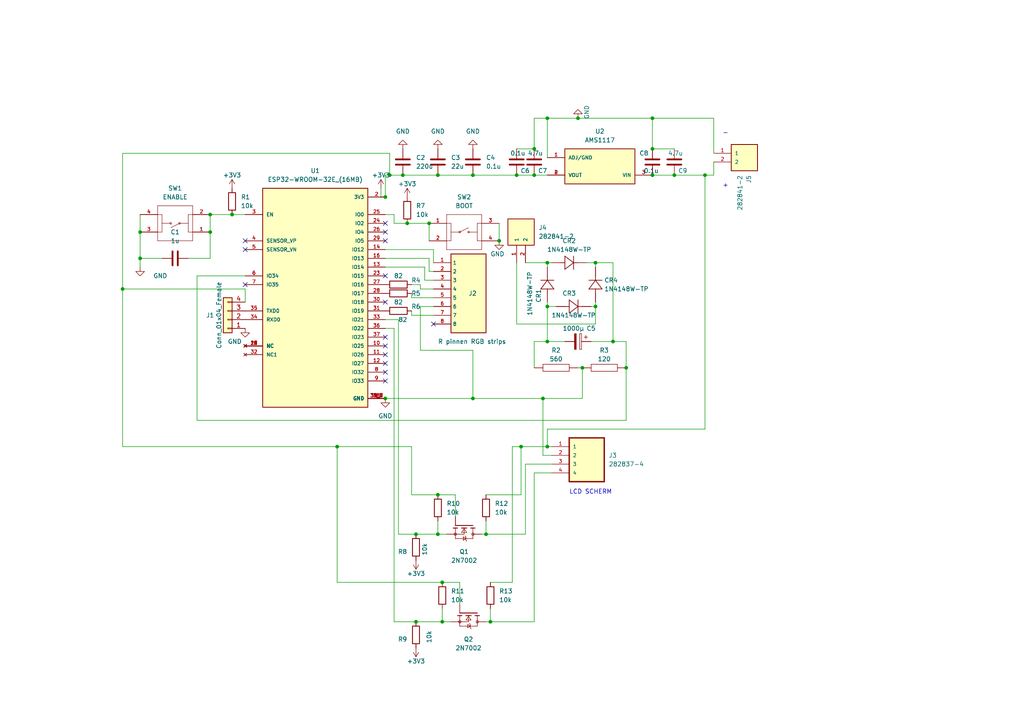
<source format=kicad_sch>
(kicad_sch (version 20211123) (generator eeschema)
  (paper "A4")
  (lib_symbols
    (symbol "1825910-6:1825910-6" (pin_names (offset 1.016) hide)
      (property "Reference" "SW" (at -5.08 5.842 0))
      (property "Value" "1825910-6" (at -5.08 -7.62 0))
      (symbol "1825910-6_0_0"
        (circle (center -1.27 0) (radius 0.254) (stroke (width 0.127)))
        (polyline (pts (xy -5.08 -5.08) (xy 5.08 -5.08)) (stroke (width 0.127)))
        (polyline (pts (xy -5.08 -2.54) (xy -5.08 -5.08)) (stroke (width 0.127)))
        (polyline (pts (xy -5.08 2.54) (xy -5.08 -2.54)) (stroke (width 0.127)))
        (polyline (pts (xy -5.08 2.54) (xy -3.81 2.54)) (stroke (width 0.127)))
        (polyline (pts (xy -5.08 5.08) (xy -5.08 2.54)) (stroke (width 0.127)))
        (polyline (pts (xy -5.08 5.08) (xy 5.08 5.08)) (stroke (width 0.127)))
        (polyline (pts (xy -3.81 -2.54) (xy -5.08 -2.54)) (stroke (width 0.127)))
        (polyline (pts (xy -3.81 0) (xy -3.81 -2.54)) (stroke (width 0.127)))
        (polyline (pts (xy -3.81 0) (xy -1.27 0)) (stroke (width 0.127)))
        (polyline (pts (xy -3.81 2.54) (xy -3.81 0)) (stroke (width 0.127)))
        (polyline (pts (xy -1.27 0) (xy 1.27 1.27)) (stroke (width 0.127)))
        (polyline (pts (xy 1.27 0) (xy 3.81 0)) (stroke (width 0.127)))
        (polyline (pts (xy 3.81 -2.54) (xy 5.08 -2.54)) (stroke (width 0.127)))
        (polyline (pts (xy 3.81 0) (xy 3.81 -2.54)) (stroke (width 0.127)))
        (polyline (pts (xy 3.81 0) (xy 3.81 2.54)) (stroke (width 0.127)))
        (polyline (pts (xy 3.81 2.54) (xy 5.08 2.54)) (stroke (width 0.127)))
        (polyline (pts (xy 5.08 -2.54) (xy 5.08 -5.08)) (stroke (width 0.127)))
        (polyline (pts (xy 5.08 2.54) (xy 5.08 -2.54)) (stroke (width 0.127)))
        (polyline (pts (xy 5.08 5.08) (xy 5.08 2.54)) (stroke (width 0.127)))
        (circle (center 1.27 0) (radius 0.254) (stroke (width 0.127)))
        (pin passive line (at -10.16 2.54 0) (length 5.08) (name "~") (number "1"))
        (pin passive line (at -10.16 -2.54 0) (length 5.08) (name "~") (number "2"))
        (pin passive line (at 10.16 2.54 180) (length 5.08) (name "~") (number "3"))
        (pin passive line (at 10.16 -2.54 180) (length 5.08) (name "~") (number "4"))
      )
    )
    (symbol "1N4148W-TP:1N4148W-TP" (pin_numbers hide) (pin_names (offset 1.016) hide)
      (property "Reference" "CR" (at -2.8194 2.6924 0))
      (property "Value" "1N4148W-TP" (at -3.8862 -5.5372 0))
      (symbol "1N4148W-TP_0_0"
        (polyline (pts (xy 2.54 0) (xy 3.81 0)) (stroke (width 0.2032)))
        (polyline (pts (xy 3.81 -1.905) (xy 6.35 0)) (stroke (width 0.2032)))
        (polyline (pts (xy 3.81 0) (xy 3.81 -1.905)) (stroke (width 0.2032)))
        (polyline (pts (xy 3.81 1.905) (xy 3.81 0)) (stroke (width 0.2032)))
        (polyline (pts (xy 6.35 -1.905) (xy 6.35 0)) (stroke (width 0.2032)))
        (polyline (pts (xy 6.35 0) (xy 3.81 1.905)) (stroke (width 0.2032)))
        (polyline (pts (xy 6.35 0) (xy 6.35 1.905)) (stroke (width 0.2032)))
        (polyline (pts (xy 6.35 0) (xy 7.62 0)) (stroke (width 0.2032)))
        (pin passive line (at 10.16 0 180) (length 2.54) (name "~") (number "1"))
        (pin passive line (at 0 0 0) (length 2.54) (name "~") (number "2"))
      )
    )
    (symbol "282837-4:282837-4" (pin_names (offset 1.016))
      (property "Reference" "J" (at 0 12.7 0))
      (property "Value" "282837-4" (at 0 -10.16 0))
      (symbol "282837-4_0_0"
        (rectangle (start -5.08 -5.08) (end 5.08 7.62) (stroke (width 0.4064)) (fill (type background)))
        (pin passive line (at -10.16 5.08 0) (length 5.08) (name "1") (number "1"))
        (pin passive line (at -10.16 2.54 0) (length 5.08) (name "2") (number "2"))
        (pin passive line (at -10.16 0 0) (length 5.08) (name "3") (number "3"))
        (pin passive line (at -10.16 -2.54 0) (length 5.08) (name "4") (number "4"))
      )
    )
    (symbol "282841-2:282841-2" (pin_names (offset 1.016))
      (property "Reference" "J" (at 0 10.16 0))
      (property "Value" "282841-2" (at 0 -7.62 0))
      (symbol "282841-2_0_0"
        (rectangle (start -5.08 -2.54) (end 2.54 5.08) (stroke (width 0.254)) (fill (type background)))
        (pin passive line (at -10.16 2.54 0) (length 5.08) (name "1") (number "1"))
        (pin passive line (at -10.16 0 0) (length 5.08) (name "2") (number "2"))
      )
    )
    (symbol "282841-5:8_pin_connector"
      (property "Reference" "U" (at -5.08 12.7 0))
      (property "Value" "8_pin_connector" (at 0 -13.97 0))
      (symbol "8_pin_connector_0_0"
        (pin passive line (at -10.16 8.89 0) (length 5.08) (name "1") (number "1"))
        (pin passive line (at -10.16 6.35 0) (length 5.08) (name "2") (number "2"))
        (pin passive line (at -10.16 3.81 0) (length 5.08) (name "3") (number "3"))
        (pin passive line (at -10.16 1.27 0) (length 5.08) (name "4") (number "4"))
        (pin passive line (at -10.16 -1.27 0) (length 5.08) (name "5") (number "5"))
        (pin passive line (at -10.16 -3.81 0) (length 5.08) (name "6") (number "6"))
        (pin passive line (at -10.16 -6.35 0) (length 5.08) (name "7") (number "7"))
        (pin passive line (at -10.16 -8.89 0) (length 5.08) (name "8") (number "8"))
      )
      (symbol "8_pin_connector_0_1"
        (rectangle (start -5.08 11.43) (end 5.08 -11.43))
        (rectangle (start -5.08 11.43) (end 5.08 -11.43) (fill (type background)))
        (polyline (pts (xy -5.08 11.43) (xy -5.08 -11.43) (xy 5.08 -11.43) (xy 5.08 11.43) (xy -5.08 11.43)) (stroke (width 0.254)))
      )
    )
    (symbol "2N7002:2N7002" (pin_numbers hide) (pin_names (offset 1.016) hide)
      (property "Reference" "Q" (at -8.89 2.54 0))
      (property "Value" "2N7002" (at -8.89 -7.62 0))
      (symbol "2N7002_0_0"
        (polyline (pts (xy 0 2.54) (xy 0 -2.54)) (stroke (width 0.254)))
        (polyline (pts (xy 0.762 -2.54) (xy 0.762 -3.175)) (stroke (width 0.254)))
        (polyline (pts (xy 0.762 -1.905) (xy 0.762 -2.54)) (stroke (width 0.254)))
        (polyline (pts (xy 0.762 0) (xy 0.762 -0.762)) (stroke (width 0.254)))
        (polyline (pts (xy 0.762 0) (xy 2.54 0)) (stroke (width 0.1524)))
        (polyline (pts (xy 0.762 0.762) (xy 0.762 0)) (stroke (width 0.254)))
        (polyline (pts (xy 0.762 2.54) (xy 0.762 1.905)) (stroke (width 0.254)))
        (polyline (pts (xy 0.762 2.54) (xy 3.81 2.54)) (stroke (width 0.1524)))
        (polyline (pts (xy 0.762 3.175) (xy 0.762 2.54)) (stroke (width 0.254)))
        (polyline (pts (xy 2.54 -2.54) (xy 0.762 -2.54)) (stroke (width 0.1524)))
        (polyline (pts (xy 2.54 -2.54) (xy 3.81 -2.54)) (stroke (width 0.1524)))
        (polyline (pts (xy 2.54 0) (xy 2.54 -2.54)) (stroke (width 0.1524)))
        (polyline (pts (xy 3.302 0.508) (xy 3.048 0.254)) (stroke (width 0.1524)))
        (polyline (pts (xy 3.81 0.508) (xy 3.302 0.508)) (stroke (width 0.1524)))
        (polyline (pts (xy 3.81 0.508) (xy 3.81 -2.54)) (stroke (width 0.1524)))
        (polyline (pts (xy 3.81 2.54) (xy 3.81 0.508)) (stroke (width 0.1524)))
        (polyline (pts (xy 4.318 0.508) (xy 3.81 0.508)) (stroke (width 0.1524)))
        (polyline (pts (xy 4.572 0.762) (xy 4.318 0.508)) (stroke (width 0.1524)))
        (polyline (pts (xy 1.016 0) (xy 2.032 0.762) (xy 2.032 -0.762) (xy 1.016 0)) (stroke (width 0.1524)) (fill (type background)))
        (polyline (pts (xy 3.81 0.508) (xy 3.302 -0.254) (xy 4.318 -0.254) (xy 3.81 0.508)) (stroke (width 0.1524)) (fill (type background)))
        (circle (center 2.54 -2.54) (radius 0.3556))
        (circle (center 2.54 2.54) (radius 0.3556))
        (pin passive line (at -2.54 -2.54 0) (length 2.54) (name "~") (number "1"))
        (pin passive line (at 2.54 -5.08 90) (length 2.54) (name "~") (number "2"))
        (pin passive line (at 2.54 5.08 270) (length 2.54) (name "~") (number "3"))
      )
    )
    (symbol "AMS1117:AMS1117" (pin_names (offset 1.016))
      (property "Reference" "U" (at -10.16 5.588 0))
      (property "Value" "AMS1117" (at -10.16 -8.128 0))
      (symbol "AMS1117_0_0"
        (rectangle (start -10.16 -5.08) (end 10.16 5.08) (stroke (width 0.254)) (fill (type background)))
        (pin power_in line (at 15.24 -2.54 180) (length 5.08) (name "ADJ/GND") (number "1"))
        (pin output line (at 15.24 2.54 180) (length 5.08) (name "VOUT") (number "2"))
        (pin input line (at -15.24 2.54 0) (length 5.08) (name "VIN") (number "3"))
        (pin output line (at 15.24 2.54 180) (length 5.08) (name "VOUT") (number "4"))
      )
    )
    (symbol "Connector_Generic:Conn_01x04" (pin_names (offset 1.016) hide)
      (property "Reference" "J" (at 0 5.08 0))
      (property "Value" "Conn_01x04" (at 0 -7.62 0))
      (symbol "Conn_01x04_1_1"
        (rectangle (start -1.27 -4.953) (end 0 -5.207) (stroke (width 0.1524)))
        (rectangle (start -1.27 -2.413) (end 0 -2.667) (stroke (width 0.1524)))
        (rectangle (start -1.27 0.127) (end 0 -0.127) (stroke (width 0.1524)))
        (rectangle (start -1.27 2.667) (end 0 2.413) (stroke (width 0.1524)))
        (rectangle (start -1.27 3.81) (end 1.27 -6.35) (stroke (width 0.254)) (fill (type background)))
        (pin passive line (at -5.08 2.54 0) (length 3.81) (name "Pin_1") (number "1"))
        (pin passive line (at -5.08 0 0) (length 3.81) (name "Pin_2") (number "2"))
        (pin passive line (at -5.08 -2.54 0) (length 3.81) (name "Pin_3") (number "3"))
        (pin passive line (at -5.08 -5.08 0) (length 3.81) (name "Pin_4") (number "4"))
      )
    )
    (symbol "Device:C" (pin_numbers hide) (pin_names (offset 0.254))
      (property "Reference" "C" (at 0.635 2.54 0))
      (property "Value" "C" (at 0.635 -2.54 0))
      (symbol "C_0_1"
        (polyline (pts (xy -2.032 -0.762) (xy 2.032 -0.762)) (stroke (width 0.508)))
        (polyline (pts (xy -2.032 0.762) (xy 2.032 0.762)) (stroke (width 0.508)))
      )
      (symbol "C_1_1"
        (pin passive line (at 0 3.81 270) (length 2.794) (name "~") (number "1"))
        (pin passive line (at 0 -3.81 90) (length 2.794) (name "~") (number "2"))
      )
    )
    (symbol "Device:C_Polarized" (pin_numbers hide) (pin_names (offset 0.254))
      (property "Reference" "C" (at 0.635 2.54 0))
      (property "Value" "C_Polarized" (at 0.635 -2.54 0))
      (symbol "C_Polarized_0_1"
        (rectangle (start -2.286 0.508) (end 2.286 1.016))
        (polyline (pts (xy -1.778 2.286) (xy -0.762 2.286)))
        (polyline (pts (xy -1.27 2.794) (xy -1.27 1.778)))
        (rectangle (start 2.286 -0.508) (end -2.286 -1.016) (fill (type outline)))
      )
      (symbol "C_Polarized_1_1"
        (pin passive line (at 0 3.81 270) (length 2.794) (name "~") (number "1"))
        (pin passive line (at 0 -3.81 90) (length 2.794) (name "~") (number "2"))
      )
    )
    (symbol "Device:R" (pin_numbers hide) (pin_names (offset 0))
      (property "Reference" "R" (at 2.032 0 90))
      (property "Value" "R" (at 0 0 90))
      (symbol "R_0_1"
        (rectangle (start -1.016 -2.54) (end 1.016 2.54) (stroke (width 0.254)))
      )
      (symbol "R_1_1"
        (pin passive line (at 0 3.81 270) (length 1.27) (name "~") (number "1"))
        (pin passive line (at 0 -3.81 90) (length 1.27) (name "~") (number "2"))
      )
    )
    (symbol "ESP32-WROOM-32E__16MB_:ESP32-WROOM-32E_(16MB)" (pin_names (offset 1.016))
      (property "Reference" "U" (at -15.24 33.909 0))
      (property "Value" "ESP32-WROOM-32E_(16MB)" (at -15.24 -33.02 0))
      (symbol "ESP32-WROOM-32E_(16MB)_0_0"
        (rectangle (start -15.24 -30.48) (end 15.24 33.02) (stroke (width 0.254)) (fill (type background)))
        (pin power_in line (at 20.32 -27.94 180) (length 5.08) (name "GND") (number "1"))
        (pin bidirectional line (at 20.32 -12.7 180) (length 5.08) (name "IO25") (number "10"))
        (pin bidirectional line (at 20.32 -15.24 180) (length 5.08) (name "IO26") (number "11"))
        (pin bidirectional line (at 20.32 -17.78 180) (length 5.08) (name "IO27") (number "12"))
        (pin bidirectional line (at 20.32 10.16 180) (length 5.08) (name "IO14") (number "13"))
        (pin bidirectional line (at 20.32 15.24 180) (length 5.08) (name "IO12") (number "14"))
        (pin power_in line (at 20.32 -27.94 180) (length 5.08) (name "GND") (number "15"))
        (pin bidirectional line (at 20.32 12.7 180) (length 5.08) (name "IO13") (number "16"))
        (pin no_connect line (at -20.32 -12.7 0) (length 5.08) (name "NC") (number "17"))
        (pin no_connect line (at -20.32 -12.7 0) (length 5.08) (name "NC") (number "18"))
        (pin no_connect line (at -20.32 -12.7 0) (length 5.08) (name "NC") (number "19"))
        (pin power_in line (at 20.32 30.48 180) (length 5.08) (name "3V3") (number "2"))
        (pin no_connect line (at -20.32 -12.7 0) (length 5.08) (name "NC") (number "20"))
        (pin no_connect line (at -20.32 -12.7 0) (length 5.08) (name "NC") (number "21"))
        (pin no_connect line (at -20.32 -12.7 0) (length 5.08) (name "NC") (number "22"))
        (pin bidirectional line (at 20.32 7.62 180) (length 5.08) (name "IO15") (number "23"))
        (pin bidirectional line (at 20.32 22.86 180) (length 5.08) (name "IO2") (number "24"))
        (pin bidirectional line (at 20.32 25.4 180) (length 5.08) (name "IO0") (number "25"))
        (pin bidirectional line (at 20.32 20.32 180) (length 5.08) (name "IO4") (number "26"))
        (pin bidirectional line (at 20.32 5.08 180) (length 5.08) (name "IO16") (number "27"))
        (pin bidirectional line (at 20.32 2.54 180) (length 5.08) (name "IO17") (number "28"))
        (pin bidirectional line (at 20.32 17.78 180) (length 5.08) (name "IO5") (number "29"))
        (pin input line (at -20.32 25.4 0) (length 5.08) (name "EN") (number "3"))
        (pin bidirectional line (at 20.32 0 180) (length 5.08) (name "IO18") (number "30"))
        (pin bidirectional line (at 20.32 -2.54 180) (length 5.08) (name "IO19") (number "31"))
        (pin no_connect line (at -20.32 -15.24 0) (length 5.08) (name "NC1") (number "32"))
        (pin bidirectional line (at 20.32 -5.08 180) (length 5.08) (name "IO21") (number "33"))
        (pin bidirectional line (at -20.32 -5.08 0) (length 5.08) (name "RXD0") (number "34"))
        (pin bidirectional line (at -20.32 -2.54 0) (length 5.08) (name "TXD0") (number "35"))
        (pin bidirectional line (at 20.32 -7.62 180) (length 5.08) (name "IO22") (number "36"))
        (pin bidirectional line (at 20.32 -10.16 180) (length 5.08) (name "IO23") (number "37"))
        (pin power_in line (at 20.32 -27.94 180) (length 5.08) (name "GND") (number "38"))
        (pin power_in line (at 20.32 -27.94 180) (length 5.08) (name "GND") (number "39_1"))
        (pin power_in line (at 20.32 -27.94 180) (length 5.08) (name "GND") (number "39_2"))
        (pin power_in line (at 20.32 -27.94 180) (length 5.08) (name "GND") (number "39_3"))
        (pin power_in line (at 20.32 -27.94 180) (length 5.08) (name "GND") (number "39_4"))
        (pin power_in line (at 20.32 -27.94 180) (length 5.08) (name "GND") (number "39_5"))
        (pin power_in line (at 20.32 -27.94 180) (length 5.08) (name "GND") (number "39_6"))
        (pin power_in line (at 20.32 -27.94 180) (length 5.08) (name "GND") (number "39_7"))
        (pin power_in line (at 20.32 -27.94 180) (length 5.08) (name "GND") (number "39_8"))
        (pin power_in line (at 20.32 -27.94 180) (length 5.08) (name "GND") (number "39_9"))
        (pin input line (at -20.32 17.78 0) (length 5.08) (name "SENSOR_VP") (number "4"))
        (pin input line (at -20.32 15.24 0) (length 5.08) (name "SENSOR_VN") (number "5"))
        (pin input line (at -20.32 7.62 0) (length 5.08) (name "IO34") (number "6"))
        (pin input line (at -20.32 5.08 0) (length 5.08) (name "IO35") (number "7"))
        (pin bidirectional line (at 20.32 -20.32 180) (length 5.08) (name "IO32") (number "8"))
        (pin bidirectional line (at 20.32 -22.86 180) (length 5.08) (name "IO33") (number "9"))
      )
    )
    (symbol "power:+3V3" (power) (pin_names (offset 0))
      (property "Value" "+3V3" (at 0 3.556 0))
      (symbol "+3V3_0_1"
        (polyline (pts (xy -0.762 1.27) (xy 0 2.54)))
        (polyline (pts (xy 0 0) (xy 0 2.54)))
        (polyline (pts (xy 0 2.54) (xy 0.762 1.27)))
      )
      (symbol "+3V3_1_1"
        (pin power_in line (at 0 0 90) (length 0) hide (name "+3V3") (number "1"))
      )
    )
    (symbol "power:GND" (power) (pin_names (offset 0))
      (property "Value" "GND" (at 0 -3.81 0))
      (symbol "GND_0_1"
        (polyline (pts (xy 0 0) (xy 0 -1.27) (xy 1.27 -1.27) (xy 0 -2.54) (xy -1.27 -1.27) (xy 0 -1.27)))
      )
      (symbol "GND_1_1"
        (pin power_in line (at 0 0 270) (length 0) hide (name "GND") (number "1"))
      )
    )
    (symbol "pspice:R" (pin_numbers hide) (pin_names (offset 0))
      (property "Reference" "R" (at 2.032 0 90))
      (property "Value" "R" (at 0 0 90))
      (symbol "R_0_1"
        (rectangle (start -1.016 3.81) (end 1.016 -3.81))
      )
      (symbol "R_1_1"
        (pin passive line (at 0 6.35 270) (length 2.54) (name "~") (number "1"))
        (pin passive line (at 0 -6.35 90) (length 2.54) (name "~") (number "2"))
      )
    )
  )
  (junction (at 128.27 168.91))
  (junction (at 172.72 76.2))
  (junction (at 172.72 88.9))
  (junction (at 111.76 115.57))
  (junction (at 40.64 74.93))
  (junction (at 137.16 50.8))
  (junction (at 124.46 64.77))
  (junction (at 189.23 50.8))
  (junction (at 128.27 180.34))
  (junction (at 168.91 106.68))
  (junction (at 60.96 67.31))
  (junction (at 151.13 129.54))
  (junction (at 111.76 57.15))
  (junction (at 40.64 67.31))
  (junction (at 181.61 106.68))
  (junction (at 189.23 34.29))
  (junction (at 158.75 76.2))
  (junction (at 189.23 43.18))
  (junction (at 144.78 69.85))
  (junction (at 60.96 62.23))
  (junction (at 167.64 34.29))
  (junction (at 120.65 154.94))
  (junction (at 158.75 99.06))
  (junction (at 154.94 50.8))
  (junction (at 157.48 115.57))
  (junction (at 149.86 50.8))
  (junction (at 127 143.51))
  (junction (at 35.56 83.82))
  (junction (at 158.75 88.9))
  (junction (at 195.58 50.8))
  (junction (at 158.75 129.54))
  (junction (at 118.11 64.77))
  (junction (at 137.16 115.57))
  (junction (at 142.24 180.34))
  (junction (at 158.75 34.29))
  (junction (at 116.84 50.8))
  (junction (at 97.79 129.54))
  (junction (at 204.47 50.8))
  (junction (at 120.65 180.34))
  (junction (at 177.8 99.06))
  (junction (at 113.03 50.8))
  (junction (at 154.94 43.18))
  (junction (at 67.31 62.23))
  (junction (at 140.97 154.94))
  (junction (at 127 154.94))
  (junction (at 127 50.8))
  (no_connect (at 71.12 82.55))
  (no_connect (at 111.76 110.49))
  (no_connect (at 111.76 80.01))
  (no_connect (at 111.76 97.79))
  (no_connect (at 71.12 72.39))
  (no_connect (at 71.12 69.85))
  (no_connect (at 111.76 87.63))
  (no_connect (at 111.76 102.87))
  (no_connect (at 111.76 100.33))
  (no_connect (at 111.76 67.31))
  (no_connect (at 111.76 69.85))
  (no_connect (at 125.73 93.98))
  (no_connect (at 111.76 105.41))
  (no_connect (at 111.76 107.95))
  (no_connect (at 111.76 64.77))
  (wire (pts (xy 158.75 87.63) (xy 158.75 88.9)))
  (wire (pts (xy 151.13 129.54) (xy 151.13 143.51)))
  (wire (pts (xy 67.31 62.23) (xy 71.12 62.23)))
  (wire (pts (xy 125.73 72.39) (xy 125.73 76.2)))
  (wire (pts (xy 128.27 176.53) (xy 128.27 180.34)))
  (wire (pts (xy 149.86 50.8) (xy 154.94 50.8)))
  (wire (pts (xy 114.3 62.23) (xy 114.3 64.77)))
  (wire (pts (xy 113.03 44.45) (xy 113.03 50.8)))
  (wire (pts (xy 172.72 76.2) (xy 172.72 77.47)))
  (wire (pts (xy 158.75 88.9) (xy 158.75 99.06)))
  (wire (pts (xy 54.61 74.93) (xy 60.96 74.93)))
  (wire (pts (xy 167.64 34.29) (xy 158.75 34.29)))
  (wire (pts (xy 140.97 154.94) (xy 152.4 154.94)))
  (wire (pts (xy 189.23 34.29) (xy 167.64 34.29)))
  (wire (pts (xy 111.76 50.8) (xy 113.03 50.8)))
  (wire (pts (xy 204.47 50.8) (xy 204.47 124.46)))
  (wire (pts (xy 154.94 137.16) (xy 160.02 137.16)))
  (wire (pts (xy 158.75 34.29) (xy 158.75 45.72)))
  (wire (pts (xy 124.46 78.74) (xy 125.73 78.74)))
  (wire (pts (xy 181.61 106.68) (xy 181.61 99.06)))
  (wire (pts (xy 116.84 50.8) (xy 127 50.8)))
  (wire (pts (xy 115.57 154.94) (xy 120.65 154.94)))
  (wire (pts (xy 171.45 88.9) (xy 172.72 88.9)))
  (wire (pts (xy 121.92 83.82) (xy 125.73 83.82)))
  (wire (pts (xy 181.61 99.06) (xy 177.8 99.06)))
  (wire (pts (xy 119.38 86.36) (xy 125.73 86.36)))
  (wire (pts (xy 113.03 50.8) (xy 116.84 50.8)))
  (wire (pts (xy 195.58 50.8) (xy 204.47 50.8)))
  (wire (pts (xy 168.91 106.68) (xy 168.91 115.57)))
  (wire (pts (xy 189.23 43.18) (xy 189.23 34.29)))
  (wire (pts (xy 137.16 115.57) (xy 157.48 115.57)))
  (wire (pts (xy 142.24 180.34) (xy 154.94 180.34)))
  (wire (pts (xy 71.12 87.63) (xy 71.12 83.82)))
  (wire (pts (xy 170.18 76.2) (xy 172.72 76.2)))
  (wire (pts (xy 171.45 99.06) (xy 177.8 99.06)))
  (wire (pts (xy 157.48 132.08) (xy 160.02 132.08)))
  (wire (pts (xy 115.57 92.71) (xy 111.76 92.71)))
  (wire (pts (xy 157.48 115.57) (xy 157.48 132.08)))
  (wire (pts (xy 111.76 72.39) (xy 125.73 72.39)))
  (wire (pts (xy 40.64 74.93) (xy 40.64 77.47)))
  (wire (pts (xy 189.23 43.18) (xy 195.58 43.18)))
  (wire (pts (xy 114.3 64.77) (xy 118.11 64.77)))
  (wire (pts (xy 40.64 67.31) (xy 40.64 62.23)))
  (wire (pts (xy 114.3 180.34) (xy 120.65 180.34)))
  (wire (pts (xy 152.4 134.62) (xy 152.4 154.94)))
  (wire (pts (xy 114.3 95.25) (xy 111.76 95.25)))
  (wire (pts (xy 132.08 143.51) (xy 127 143.51)))
  (wire (pts (xy 152.4 134.62) (xy 160.02 134.62)))
  (wire (pts (xy 35.56 83.82) (xy 35.56 44.45)))
  (wire (pts (xy 207.01 46.99) (xy 207.01 50.8)))
  (wire (pts (xy 127 151.13) (xy 127 154.94)))
  (wire (pts (xy 111.76 77.47) (xy 123.19 77.47)))
  (wire (pts (xy 119.38 82.55) (xy 121.92 82.55)))
  (wire (pts (xy 158.75 99.06) (xy 163.83 99.06)))
  (wire (pts (xy 154.94 34.29) (xy 154.94 43.18)))
  (wire (pts (xy 158.75 34.29) (xy 154.94 34.29)))
  (wire (pts (xy 110.49 54.61) (xy 110.49 57.15)))
  (wire (pts (xy 111.76 50.8) (xy 111.76 57.15)))
  (wire (pts (xy 123.19 81.28) (xy 125.73 81.28)))
  (wire (pts (xy 119.38 90.17) (xy 119.38 91.44)))
  (wire (pts (xy 204.47 50.8) (xy 207.01 50.8)))
  (wire (pts (xy 127 50.8) (xy 137.16 50.8)))
  (wire (pts (xy 140.97 143.51) (xy 151.13 143.51)))
  (wire (pts (xy 207.01 34.29) (xy 189.23 34.29)))
  (wire (pts (xy 154.94 137.16) (xy 154.94 180.34)))
  (wire (pts (xy 124.46 74.93) (xy 124.46 78.74)))
  (wire (pts (xy 97.79 168.91) (xy 128.27 168.91)))
  (wire (pts (xy 128.27 180.34) (xy 130.81 180.34)))
  (wire (pts (xy 181.61 106.68) (xy 181.61 121.92)))
  (wire (pts (xy 140.97 151.13) (xy 140.97 154.94)))
  (wire (pts (xy 123.19 77.47) (xy 123.19 81.28)))
  (wire (pts (xy 119.38 143.51) (xy 127 143.51)))
  (wire (pts (xy 40.64 67.31) (xy 40.64 74.93)))
  (wire (pts (xy 60.96 74.93) (xy 60.96 67.31)))
  (wire (pts (xy 137.16 50.8) (xy 149.86 50.8)))
  (wire (pts (xy 172.72 88.9) (xy 172.72 93.98)))
  (wire (pts (xy 111.76 74.93) (xy 124.46 74.93)))
  (wire (pts (xy 35.56 83.82) (xy 35.56 129.54)))
  (wire (pts (xy 35.56 44.45) (xy 113.03 44.45)))
  (wire (pts (xy 120.65 180.34) (xy 128.27 180.34)))
  (wire (pts (xy 142.24 168.91) (xy 148.59 168.91)))
  (wire (pts (xy 132.08 149.86) (xy 132.08 143.51)))
  (wire (pts (xy 119.38 129.54) (xy 119.38 143.51)))
  (wire (pts (xy 152.4 76.2) (xy 158.75 76.2)))
  (wire (pts (xy 142.24 176.53) (xy 142.24 180.34)))
  (wire (pts (xy 40.64 74.93) (xy 46.99 74.93)))
  (wire (pts (xy 189.23 50.8) (xy 195.58 50.8)))
  (wire (pts (xy 133.35 168.91) (xy 128.27 168.91)))
  (wire (pts (xy 148.59 129.54) (xy 148.59 168.91)))
  (wire (pts (xy 151.13 129.54) (xy 158.75 129.54)))
  (wire (pts (xy 154.94 50.8) (xy 158.75 50.8)))
  (wire (pts (xy 115.57 92.71) (xy 115.57 154.94)))
  (wire (pts (xy 172.72 87.63) (xy 172.72 88.9)))
  (wire (pts (xy 151.13 129.54) (xy 148.59 129.54)))
  (wire (pts (xy 144.78 64.77) (xy 144.78 69.85)))
  (wire (pts (xy 158.75 76.2) (xy 158.75 77.47)))
  (wire (pts (xy 172.72 76.2) (xy 177.8 76.2)))
  (wire (pts (xy 157.48 115.57) (xy 168.91 115.57)))
  (wire (pts (xy 207.01 44.45) (xy 207.01 34.29)))
  (wire (pts (xy 158.75 76.2) (xy 160.02 76.2)))
  (wire (pts (xy 154.94 99.06) (xy 158.75 99.06)))
  (wire (pts (xy 121.92 88.9) (xy 121.92 101.6)))
  (wire (pts (xy 125.73 88.9) (xy 121.92 88.9)))
  (wire (pts (xy 158.75 88.9) (xy 161.29 88.9)))
  (wire (pts (xy 133.35 175.26) (xy 133.35 168.91)))
  (wire (pts (xy 127 154.94) (xy 129.54 154.94)))
  (wire (pts (xy 149.86 43.18) (xy 154.94 43.18)))
  (wire (pts (xy 57.15 121.92) (xy 181.61 121.92)))
  (wire (pts (xy 140.97 180.34) (xy 142.24 180.34)))
  (wire (pts (xy 114.3 95.25) (xy 114.3 180.34)))
  (wire (pts (xy 110.49 57.15) (xy 111.76 57.15)))
  (wire (pts (xy 124.46 64.77) (xy 124.46 69.85)))
  (wire (pts (xy 121.92 101.6) (xy 137.16 101.6)))
  (wire (pts (xy 57.15 121.92) (xy 57.15 80.01)))
  (wire (pts (xy 158.75 124.46) (xy 204.47 124.46)))
  (wire (pts (xy 114.3 62.23) (xy 111.76 62.23)))
  (wire (pts (xy 60.96 67.31) (xy 60.96 62.23)))
  (wire (pts (xy 35.56 129.54) (xy 97.79 129.54)))
  (wire (pts (xy 71.12 83.82) (xy 35.56 83.82)))
  (wire (pts (xy 177.8 76.2) (xy 177.8 99.06)))
  (wire (pts (xy 154.94 106.68) (xy 154.94 99.06)))
  (wire (pts (xy 139.7 154.94) (xy 140.97 154.94)))
  (wire (pts (xy 158.75 124.46) (xy 158.75 129.54)))
  (wire (pts (xy 167.64 106.68) (xy 168.91 106.68)))
  (wire (pts (xy 120.65 154.94) (xy 127 154.94)))
  (wire (pts (xy 60.96 62.23) (xy 67.31 62.23)))
  (wire (pts (xy 97.79 129.54) (xy 119.38 129.54)))
  (wire (pts (xy 158.75 129.54) (xy 160.02 129.54)))
  (wire (pts (xy 111.76 115.57) (xy 137.16 115.57)))
  (wire (pts (xy 57.15 80.01) (xy 71.12 80.01)))
  (wire (pts (xy 119.38 85.09) (xy 119.38 86.36)))
  (wire (pts (xy 97.79 168.91) (xy 97.79 129.54)))
  (wire (pts (xy 121.92 82.55) (xy 121.92 83.82)))
  (wire (pts (xy 118.11 64.77) (xy 124.46 64.77)))
  (wire (pts (xy 137.16 101.6) (xy 137.16 115.57)))
  (wire (pts (xy 119.38 91.44) (xy 125.73 91.44)))
  (wire (pts (xy 149.86 93.98) (xy 172.72 93.98)))
  (wire (pts (xy 149.86 76.2) (xy 149.86 93.98)))
  (text "LCD SCHERM" (at 165.1 143.51 0) (effects (font (size 1.27 1.27)) (justify left bottom)))
  (text "-" (at 209.55 39.37 0) (effects (font (size 1.27 1.27)) (justify left bottom)))
  (text "+" (at 209.55 54.61 0) (effects (font (size 1.27 1.27)) (justify left bottom)))
  (symbol (lib_id "power:+3V3") (at 110.49 54.61 0) (unit 1)
    (property "Reference" "#PWR0108" (effects hide))
    (property "Value" "+3V3" (at 110.49 50.8 0))
  )
  (symbol (lib_id "Device:R") (at 115.57 85.09 90) (unit 1)
    (property "Reference" "R5" (at 120.65 85.09 90))
    (property "Value" "82" (at 115.57 87.63 90))
    (property "Footprint" "Resistor_SMD:R_0805_2012Metric_Pad1.20x1.40mm_HandSolder" (effects hide))
  )
  (symbol (lib_id "Device:R") (at 128.27 172.72 0) (unit 1)
    (property "Reference" "R11" (at 130.81 171.4499 0) (effects (justify left)))
    (property "Value" "10k" (at 130.81 173.9899 0) (effects (justify left)))
    (property "Footprint" "Resistor_SMD:R_0805_2012Metric_Pad1.20x1.40mm_HandSolder" (effects hide))
  )
  (symbol (lib_id "Connector_Generic:Conn_01x04") (at 66.04 92.71 180) (unit 1)
    (property "Reference" "J1" (at 60.96 91.44 0))
    (property "Value" "Conn_01x04_Female" (at 63.5 91.44 90))
    (property "Footprint" "Connector_PinHeader_2.54mm:PinHeader_1x04_P2.54mm_Vertical" (effects hide))
  )
  (symbol (lib_id "pspice:R") (at 161.29 106.68 90) (unit 1)
    (property "Reference" "R2" (at 161.29 101.6 90))
    (property "Value" "560" (at 161.29 104.14 90))
    (property "Footprint" "Resistor_SMD:R_0805_2012Metric_Pad1.20x1.40mm_HandSolder" (effects hide))
  )
  (symbol (lib_id "1N4148W-TP:1N4148W-TP") (at 172.72 87.63 90) (unit 1)
    (property "Reference" "CR4" (at 175.26 81.28 90) (effects (justify right)))
    (property "Value" "1N4148W-TP" (at 175.26 83.82 90) (effects (justify right)))
    (property "Footprint" "Diode_SMD:D_0603_1608Metric_Pad1.05x0.95mm_HandSolder" (effects hide))
    (property "MANUFACTURER_PART_NUMBER" "1N4148W-TP" (effects hide))
    (property "BUILT_BY" "EMA_Cory" (effects hide))
    (property "VENDOR" "Micro Commercial Co" (effects hide))
    (property "DATASHEET" "https://www.mccsemi.com/pdf/Products/1N4148W(SOD123).pdf" (effects hide))
    (property "COPYRIGHT" "Copyright (C) 2018 Accelerated Designs. All rights reserved" (effects hide))
  )
  (symbol (lib_id "Device:C") (at 149.86 46.99 180) (unit 1)
    (property "Reference" "C6" (at 153.67 49.53 0) (effects (justify left)))
    (property "Value" "0.1u" (at 152.4 44.45 0) (effects (justify left)))
    (property "Footprint" "Capacitor_SMD:C_0805_2012Metric_Pad1.18x1.45mm_HandSolder" (effects hide))
  )
  (symbol (lib_id "Device:R") (at 115.57 90.17 90) (unit 1)
    (property "Reference" "R6" (at 120.65 88.9 90))
    (property "Value" "82" (at 116.84 92.71 90))
    (property "Footprint" "Resistor_SMD:R_0805_2012Metric_Pad1.20x1.40mm_HandSolder" (effects hide))
  )
  (symbol (lib_id "1N4148W-TP:1N4148W-TP") (at 161.29 88.9 0) (unit 1)
    (property "Reference" "CR3" (at 165.1 85.09 0))
    (property "Value" "1N4148W-TP" (at 166.37 91.44 0))
    (property "Footprint" "Diode_SMD:D_0603_1608Metric_Pad1.05x0.95mm_HandSolder" (effects hide))
    (property "MANUFACTURER_PART_NUMBER" "1N4148W-TP" (effects hide))
    (property "BUILT_BY" "EMA_Cory" (effects hide))
    (property "VENDOR" "Micro Commercial Co" (effects hide))
    (property "DATASHEET" "https://www.mccsemi.com/pdf/Products/1N4148W(SOD123).pdf" (effects hide))
    (property "COPYRIGHT" "Copyright (C) 2018 Accelerated Designs. All rights reserved" (effects hide))
  )
  (symbol (lib_id "power:GND") (at 111.76 115.57 0) (unit 1)
    (property "Reference" "#PWR0102" (effects hide))
    (property "Value" "GND" (at 111.76 120.65 0))
  )
  (symbol (lib_id "power:GND") (at 167.64 34.29 180) (unit 1)
    (property "Reference" "#PWR05" (effects hide))
    (property "Value" "GND" (at 170.18 30.48 90) (effects (justify left)))
  )
  (symbol (lib_id "1825910-6:1825910-6") (at 134.62 67.31 0) (unit 1)
    (property "Reference" "SW2" (at 134.62 57.15 0))
    (property "Value" "BOOT" (at 134.62 59.69 0))
    (property "Footprint" "libraries:SW_1825910-6-4" (effects hide))
    (property "Comment" "1825910-6" (effects hide))
  )
  (symbol (lib_id "Device:R") (at 120.65 158.75 180) (unit 1)
    (property "Reference" "R8" (at 118.11 160.0201 0) (effects (justify left)))
    (property "Value" "10k" (at 123.19 157.48 90) (effects (justify left)))
    (property "Footprint" "Resistor_SMD:R_0805_2012Metric_Pad1.20x1.40mm_HandSolder" (effects hide))
  )
  (symbol (lib_id "power:GND") (at 127 43.18 180) (unit 1)
    (property "Reference" "#PWR0104" (effects hide))
    (property "Value" "GND" (at 127 38.1 0))
  )
  (symbol (lib_id "Device:R") (at 118.11 60.96 0) (unit 1)
    (property "Reference" "R7" (at 120.65 59.6899 0) (effects (justify left)))
    (property "Value" "10k" (at 120.65 62.2299 0) (effects (justify left)))
    (property "Footprint" "Resistor_SMD:R_0805_2012Metric_Pad1.20x1.40mm_HandSolder" (effects hide))
  )
  (symbol (lib_id "1N4148W-TP:1N4148W-TP") (at 158.75 87.63 90) (unit 1)
    (property "Reference" "CR1" (at 156.21 83.82 0) (effects (justify right)))
    (property "Value" "1N4148W-TP" (at 153.67 78.74 0) (effects (justify right)))
    (property "Footprint" "Diode_SMD:D_0603_1608Metric_Pad1.05x0.95mm_HandSolder" (effects hide))
    (property "MANUFACTURER_PART_NUMBER" "1N4148W-TP" (effects hide))
    (property "BUILT_BY" "EMA_Cory" (effects hide))
    (property "VENDOR" "Micro Commercial Co" (effects hide))
    (property "DATASHEET" "https://www.mccsemi.com/pdf/Products/1N4148W(SOD123).pdf" (effects hide))
    (property "COPYRIGHT" "Copyright (C) 2018 Accelerated Designs. All rights reserved" (effects hide))
  )
  (symbol (lib_id "power:GND") (at 116.84 43.18 180) (unit 1)
    (property "Reference" "#PWR0103" (effects hide))
    (property "Value" "GND" (at 116.84 38.1 0))
  )
  (symbol (lib_id "power:GND") (at 137.16 43.18 180) (unit 1)
    (property "Reference" "#PWR0106" (effects hide))
    (property "Value" "GND" (at 137.16 38.1 0))
  )
  (symbol (lib_id "Device:C") (at 154.94 46.99 180) (unit 1)
    (property "Reference" "C7" (at 158.75 49.53 0) (effects (justify left)))
    (property "Value" "4.7u" (at 157.48 44.45 0) (effects (justify left)))
    (property "Footprint" "Capacitor_SMD:C_0805_2012Metric_Pad1.18x1.45mm_HandSolder" (effects hide))
  )
  (symbol (lib_id "power:+3V3") (at 118.11 57.15 0) (unit 1)
    (property "Reference" "#PWR03" (effects hide))
    (property "Value" "+3V3" (at 118.11 53.34 0))
  )
  (symbol (lib_id "Device:C") (at 116.84 46.99 180) (unit 1)
    (property "Reference" "C2" (at 120.65 45.7199 0) (effects (justify right)))
    (property "Value" "220u" (at 120.65 48.2599 0) (effects (justify right)))
    (property "Footprint" "libraries:CAP_EEE0JA101WR" (effects hide))
  )
  (symbol (lib_id "282841-2:282841-2") (at 152.4 66.04 90) (unit 1)
    (property "Reference" "J4" (at 156.21 66.0399 90) (effects (justify right)))
    (property "Value" "282841-2" (at 156.21 68.5799 90) (effects (justify right)))
    (property "Footprint" "libraries:TE_1546215-2" (effects hide))
    (property "Comment" "282841-2" (effects hide))
    (property "EU_RoHS_Compliance" "Compliant with Exemptions" (effects hide))
  )
  (symbol (lib_id "282837-4:282837-4") (at 170.18 134.62 0) (unit 1)
    (property "Reference" "J3" (at 176.53 132.0799 0) (effects (justify left)))
    (property "Value" "282837-4" (at 176.53 134.6199 0) (effects (justify left)))
    (property "Footprint" "libraries:TE_1546215-4" (effects hide))
    (property "Comment" "282837-4" (effects hide))
    (property "EU_RoHS_Compliance" "Compliant with Exemptions" (effects hide))
  )
  (symbol (lib_id "1N4148W-TP:1N4148W-TP") (at 160.02 76.2 0) (unit 1)
    (property "Reference" "CR2" (at 165.1 69.85 0))
    (property "Value" "1N4148W-TP" (at 165.1 72.39 0))
    (property "Footprint" "Diode_SMD:D_0603_1608Metric_Pad1.05x0.95mm_HandSolder" (effects hide))
    (property "MANUFACTURER_PART_NUMBER" "1N4148W-TP" (effects hide))
    (property "BUILT_BY" "EMA_Cory" (effects hide))
    (property "VENDOR" "Micro Commercial Co" (effects hide))
    (property "DATASHEET" "https://www.mccsemi.com/pdf/Products/1N4148W(SOD123).pdf" (effects hide))
    (property "COPYRIGHT" "Copyright (C) 2018 Accelerated Designs. All rights reserved" (effects hide))
  )
  (symbol (lib_id "Device:C") (at 50.8 74.93 90) (unit 1)
    (property "Reference" "C1" (at 50.8 67.31 90))
    (property "Value" "1u" (at 50.8 69.85 90))
    (property "Footprint" "Capacitor_SMD:C_0805_2012Metric_Pad1.18x1.45mm_HandSolder" (effects hide))
  )
  (symbol (lib_id "2N7002:2N7002") (at 135.89 177.8 270) (unit 1)
    (property "Reference" "Q2" (at 135.89 185.42 90))
    (property "Value" "2N7002" (at 135.89 187.96 90))
    (property "Footprint" "2N7002:SOT95P240X111-3N" (effects hide))
    (property "MAXIMUM_PACKAGE_HEIGHT" "1.11 mm" (effects hide))
    (property "STANDARD" "IPC 7351B" (effects hide))
    (property "PARTREV" "4" (effects hide))
    (property "MANUFACTURER" "ON Semiconductor" (effects hide))
  )
  (symbol (lib_id "Device:C") (at 127 46.99 180) (unit 1)
    (property "Reference" "C3" (at 130.81 45.7199 0) (effects (justify right)))
    (property "Value" "22u" (at 130.81 48.2599 0) (effects (justify right)))
    (property "Footprint" "Capacitor_SMD:C_0805_2012Metric_Pad1.18x1.45mm_HandSolder" (effects hide))
  )
  (symbol (lib_id "Device:C") (at 195.58 46.99 180) (unit 1)
    (property "Reference" "C9" (at 199.39 49.53 0) (effects (justify left)))
    (property "Value" "4.7u" (at 198.12 44.45 0) (effects (justify left)))
    (property "Footprint" "Capacitor_SMD:C_0805_2012Metric_Pad1.18x1.45mm_HandSolder" (effects hide))
  )
  (symbol (lib_id "Device:C_Polarized") (at 167.64 99.06 270) (unit 1)
    (property "Reference" "C5" (at 171.45 95.25 90))
    (property "Value" "1000µ" (at 166.37 95.25 90))
    (property "Footprint" "Capacitor_THT:CP_Axial_L26.5mm_D20.0mm_P33.00mm_Horizontal" (effects hide))
  )
  (symbol (lib_id "Device:R") (at 67.31 58.42 0) (unit 1)
    (property "Reference" "R1" (at 69.85 57.1499 0) (effects (justify left)))
    (property "Value" "10k" (at 69.85 59.6899 0) (effects (justify left)))
    (property "Footprint" "Resistor_SMD:R_0805_2012Metric_Pad1.20x1.40mm_HandSolder" (effects hide))
  )
  (symbol (lib_id "power:+3V3") (at 67.31 54.61 0) (unit 1)
    (property "Reference" "#PWR01" (effects hide))
    (property "Value" "+3V3" (at 67.31 50.8 0))
  )
  (symbol (lib_id "Device:R") (at 115.57 82.55 90) (unit 1)
    (property "Reference" "R4" (at 120.65 81.28 90))
    (property "Value" "82" (at 115.57 80.01 90))
    (property "Footprint" "Resistor_SMD:R_0805_2012Metric_Pad1.20x1.40mm_HandSolder" (effects hide))
  )
  (symbol (lib_id "Device:C") (at 189.23 46.99 0) (unit 1)
    (property "Reference" "C8" (at 185.42 44.45 0) (effects (justify left)))
    (property "Value" "0.1u" (at 186.69 49.53 0) (effects (justify left)))
    (property "Footprint" "Capacitor_SMD:C_0805_2012Metric_Pad1.18x1.45mm_HandSolder" (effects hide))
  )
  (symbol (lib_id "power:GND") (at 40.64 77.47 0) (unit 1)
    (property "Reference" "#PWR0101" (effects hide))
    (property "Value" "GND" (at 44.45 80.01 0) (effects (justify left)))
  )
  (symbol (lib_id "power:GND") (at 144.78 69.85 0) (unit 1)
    (property "Reference" "#PWR04" (effects hide))
    (property "Value" "GND" (at 142.24 73.66 0) (effects (justify left)))
  )
  (symbol (lib_id "Device:R") (at 140.97 147.32 0) (unit 1)
    (property "Reference" "R12" (at 143.51 146.0499 0) (effects (justify left)))
    (property "Value" "10k" (at 143.51 148.5899 0) (effects (justify left)))
    (property "Footprint" "Resistor_SMD:R_0805_2012Metric_Pad1.20x1.40mm_HandSolder" (effects hide))
  )
  (symbol (lib_id "Device:C") (at 137.16 46.99 180) (unit 1)
    (property "Reference" "C4" (at 140.97 45.7199 0) (effects (justify right)))
    (property "Value" "0.1u" (at 140.97 48.26 0) (effects (justify right)))
    (property "Footprint" "Capacitor_SMD:C_0805_2012Metric_Pad1.18x1.45mm_HandSolder" (effects hide))
  )
  (symbol (lib_id "1825910-6:1825910-6") (at 50.8 64.77 180) (unit 1)
    (property "Reference" "SW1" (at 50.8 54.61 0))
    (property "Value" "ENABLE" (at 50.8 57.15 0))
    (property "Footprint" "libraries:SW_1825910-6-4" (effects hide))
    (property "Comment" "1825910-6" (effects hide))
  )
  (symbol (lib_id "282841-2:282841-2") (at 217.17 46.99 0) (unit 1)
    (property "Reference" "J5" (at 217.1701 50.8 90) (effects (justify right)))
    (property "Value" "282841-2" (at 214.6301 50.8 90) (effects (justify right)))
    (property "Footprint" "libraries:TE_1546215-2" (effects hide))
    (property "Comment" "282841-2" (effects hide))
    (property "EU_RoHS_Compliance" "Compliant with Exemptions" (effects hide))
  )
  (symbol (lib_id "Device:R") (at 127 147.32 0) (unit 1)
    (property "Reference" "R10" (at 129.54 146.0499 0) (effects (justify left)))
    (property "Value" "10k" (at 129.54 148.5899 0) (effects (justify left)))
    (property "Footprint" "Resistor_SMD:R_0805_2012Metric_Pad1.20x1.40mm_HandSolder" (effects hide))
  )
  (symbol (lib_id "2N7002:2N7002") (at 134.62 152.4 270) (unit 1)
    (property "Reference" "Q1" (at 134.62 160.02 90))
    (property "Value" "2N7002" (at 134.62 162.56 90))
    (property "Footprint" "2N7002:SOT95P240X111-3N" (effects hide))
    (property "MAXIMUM_PACKAGE_HEIGHT" "1.11 mm" (effects hide))
    (property "STANDARD" "IPC 7351B" (effects hide))
    (property "PARTREV" "4" (effects hide))
    (property "MANUFACTURER" "ON Semiconductor" (effects hide))
  )
  (symbol (lib_id "AMS1117:AMS1117") (at 173.99 48.26 180) (unit 1)
    (property "Reference" "U2" (at 173.99 38.1 0))
    (property "Value" "AMS1117" (at 173.99 40.64 0))
    (property "Footprint" "libraries:SOT229P700X180-4N" (effects hide))
    (property "MANUFACTURER" "AMS" (effects hide))
    (property "MAXIMUM_PACKAGE_HEIGHT" "1.8mm" (effects hide))
    (property "PARTREV" "N/A" (effects hide))
    (property "STANDARD" "IPC-7351B" (effects hide))
  )
  (symbol (lib_id "power:GND") (at 71.12 95.25 0) (unit 1)
    (property "Reference" "#PWR02" (effects hide))
    (property "Value" "GND" (at 66.04 99.06 0) (effects (justify left)))
  )
  (symbol (lib_id "power:+3V3") (at 120.65 162.56 180) (unit 1)
    (property "Reference" "#PWR0107" (effects hide))
    (property "Value" "+3V3" (at 120.65 166.37 0))
  )
  (symbol (lib_id "282841-5:8_pin_connector") (at 135.89 85.09 0) (unit 1)
    (property "Reference" "J2" (at 135.89 85.09 0) (effects (justify left)))
    (property "Value" "R pinnen RGB strips" (at 127 99.06 0) (effects (justify left)))
    (property "Footprint" "libraries:TE_1546215-8" (effects hide))
  )
  (symbol (lib_id "power:+3V3") (at 120.65 187.96 180) (unit 1)
    (property "Reference" "#PWR0105" (effects hide))
    (property "Value" "+3V3" (at 120.65 191.77 0))
  )
  (symbol (lib_id "Device:R") (at 142.24 172.72 0) (unit 1)
    (property "Reference" "R13" (at 144.78 171.4499 0) (effects (justify left)))
    (property "Value" "10k" (at 144.78 173.9899 0) (effects (justify left)))
    (property "Footprint" "Resistor_SMD:R_0805_2012Metric_Pad1.20x1.40mm_HandSolder" (effects hide))
  )
  (symbol (lib_id "ESP32-WROOM-32E__16MB_:ESP32-WROOM-32E_(16MB)") (at 91.44 87.63 0) (unit 1)
    (property "Reference" "U1" (at 91.44 49.53 0))
    (property "Value" "ESP32-WROOM-32E_(16MB)" (at 91.44 52.07 0))
    (property "Footprint" "libraries:XCVR_ESP32-WROOM-32E_(16MB)" (effects hide))
    (property "PARTREV" "1.4" (effects hide))
    (property "STANDARD" "Manufacturer Recommendations" (effects hide))
    (property "MAXIMUM_PACKAGE_HEIGHT" "3.25mm" (effects hide))
    (property "MANUFACTURER" "Espressif Systems" (effects hide))
  )
  (symbol (lib_id "Device:R") (at 120.65 184.15 180) (unit 1)
    (property "Reference" "R9" (at 118.11 185.4201 0) (effects (justify left)))
    (property "Value" "10k" (at 124.46 182.88 90) (effects (justify left)))
    (property "Footprint" "Resistor_SMD:R_0805_2012Metric_Pad1.20x1.40mm_HandSolder" (effects hide))
  )
  (symbol (lib_id "pspice:R") (at 175.26 106.68 90) (unit 1)
    (property "Reference" "R3" (at 175.26 101.6 90))
    (property "Value" "120" (at 175.26 104.14 90))
    (property "Footprint" "Resistor_SMD:R_0805_2012Metric_Pad1.20x1.40mm_HandSolder" (effects hide))
  )
)
</source>
